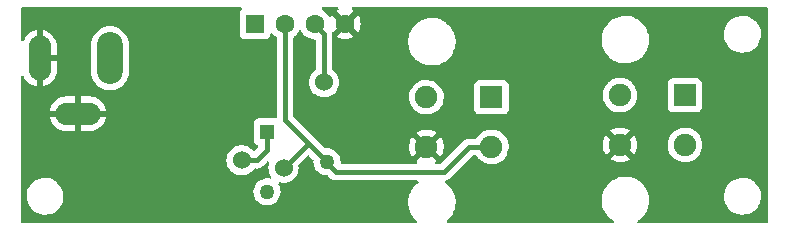
<source format=gbr>
%TF.GenerationSoftware,KiCad,Pcbnew,(6.0.5)*%
%TF.CreationDate,2022-06-11T19:53:57-07:00*%
%TF.ProjectId,L0003-Wheatstone-Bridge,4c303030-332d-4576-9865-617473746f6e,rev?*%
%TF.SameCoordinates,Original*%
%TF.FileFunction,Copper,L2,Bot*%
%TF.FilePolarity,Positive*%
%FSLAX46Y46*%
G04 Gerber Fmt 4.6, Leading zero omitted, Abs format (unit mm)*
G04 Created by KiCad (PCBNEW (6.0.5)) date 2022-06-11 19:53:57*
%MOMM*%
%LPD*%
G01*
G04 APERTURE LIST*
%TA.AperFunction,ComponentPad*%
%ADD10O,2.200000X4.400000*%
%TD*%
%TA.AperFunction,ComponentPad*%
%ADD11O,1.900000X3.800000*%
%TD*%
%TA.AperFunction,ComponentPad*%
%ADD12O,3.800000X1.900000*%
%TD*%
%TA.AperFunction,ComponentPad*%
%ADD13R,1.268000X1.268000*%
%TD*%
%TA.AperFunction,ComponentPad*%
%ADD14C,1.268000*%
%TD*%
%TA.AperFunction,ComponentPad*%
%ADD15R,1.900000X1.900000*%
%TD*%
%TA.AperFunction,ComponentPad*%
%ADD16C,1.900000*%
%TD*%
%TA.AperFunction,ComponentPad*%
%ADD17R,1.605000X1.605000*%
%TD*%
%TA.AperFunction,ComponentPad*%
%ADD18C,1.605000*%
%TD*%
%TA.AperFunction,SMDPad,CuDef*%
%ADD19C,1.524000*%
%TD*%
%TA.AperFunction,Conductor*%
%ADD20C,0.381000*%
%TD*%
G04 APERTURE END LIST*
D10*
%TO.P,P1,1*%
%TO.N,Net-(C1-Pad2)*%
X103289000Y-81026000D03*
D11*
%TO.P,P1,2*%
%TO.N,Earth*%
X97334000Y-81026000D03*
D12*
%TO.P,P1,3,MountPin*%
X100584000Y-85716000D03*
%TD*%
D13*
%TO.P,R2,1*%
%TO.N,+5V*%
X116586000Y-87249000D03*
D14*
%TO.P,R2,2*%
%TO.N,Vout+*%
X121666000Y-89789000D03*
%TO.P,R2,3,3*%
%TO.N,unconnected-(R2-Pad3)*%
X116586000Y-92329000D03*
%TD*%
D15*
%TO.P,P4,1,+12V*%
%TO.N,+5V*%
X135584006Y-84328000D03*
D16*
%TO.P,P4,2,GND*%
%TO.N,Vout+*%
X135584006Y-88527999D03*
%TO.P,P4,3,3*%
%TO.N,Vout-*%
X130084007Y-84328000D03*
%TO.P,P4,4,4*%
%TO.N,Earth*%
X130084007Y-88527999D03*
%TD*%
D15*
%TO.P,P3,1,+12V*%
%TO.N,+5V*%
X151967000Y-84150500D03*
D16*
%TO.P,P3,2,GND*%
%TO.N,Vout+*%
X151967000Y-88350499D03*
%TO.P,P3,3,3*%
%TO.N,Vout-*%
X146467001Y-84150500D03*
%TO.P,P3,4,4*%
%TO.N,Earth*%
X146467001Y-88350499D03*
%TD*%
D17*
%TO.P,P2,1,1*%
%TO.N,+5V*%
X115570000Y-78105000D03*
D18*
%TO.P,P2,2,2*%
%TO.N,Vout+*%
X118110000Y-78105000D03*
%TO.P,P2,3,3*%
%TO.N,Vout-*%
X120650000Y-78105000D03*
%TO.P,P2,4,4*%
%TO.N,Earth*%
X123190000Y-78105000D03*
%TD*%
D19*
%TO.P,TP1,1*%
%TO.N,+5V*%
X114427000Y-89662000D03*
%TD*%
%TO.P,TP2,1*%
%TO.N,Vout+*%
X117983000Y-90297000D03*
%TD*%
%TO.P,TP3,1*%
%TO.N,Vout-*%
X121412000Y-83058000D03*
%TD*%
D20*
%TO.N,+5V*%
X114427000Y-89662000D02*
X115697000Y-89662000D01*
X115697000Y-89662000D02*
X116586000Y-88773000D01*
X116586000Y-88773000D02*
X116586000Y-87376000D01*
%TO.N,Vout-*%
X121412000Y-83058000D02*
X121412000Y-78994000D01*
X121412000Y-78994000D02*
X120904000Y-78486000D01*
%TO.N,Vout+*%
X120142000Y-88265000D02*
X118110000Y-86233000D01*
X117983000Y-90297000D02*
X120015000Y-88265000D01*
X133722001Y-88527999D02*
X131572000Y-90678000D01*
X122428000Y-90678000D02*
X121666000Y-89916000D01*
X135584000Y-88527999D02*
X133722001Y-88527999D01*
X131572000Y-90678000D02*
X122428000Y-90678000D01*
X120015000Y-88265000D02*
X120142000Y-88265000D01*
X121666000Y-89789000D02*
X120142000Y-88265000D01*
X118110000Y-86233000D02*
X118110000Y-78105000D01*
%TD*%
%TA.AperFunction,Conductor*%
%TO.N,Earth*%
G36*
X122583667Y-76728502D02*
G01*
X122630160Y-76782158D01*
X122640264Y-76852432D01*
X122610770Y-76917012D01*
X122568796Y-76948695D01*
X122537228Y-76963415D01*
X122527742Y-76968893D01*
X122475156Y-77005713D01*
X122466781Y-77016191D01*
X122473849Y-77029639D01*
X123177188Y-77732978D01*
X123191132Y-77740592D01*
X123192965Y-77740461D01*
X123199580Y-77736210D01*
X123906873Y-77028917D01*
X123913303Y-77017143D01*
X123904006Y-77005127D01*
X123852258Y-76968893D01*
X123842772Y-76963415D01*
X123811204Y-76948695D01*
X123757919Y-76901778D01*
X123738458Y-76833501D01*
X123759000Y-76765541D01*
X123813022Y-76719475D01*
X123864454Y-76708500D01*
X158877500Y-76708500D01*
X158945621Y-76728502D01*
X158992114Y-76782158D01*
X159003500Y-76834500D01*
X159003500Y-94869500D01*
X158983498Y-94937621D01*
X158929842Y-94984114D01*
X158877500Y-94995500D01*
X148052510Y-94995500D01*
X147984389Y-94975498D01*
X147937896Y-94921842D01*
X147927792Y-94851568D01*
X147957286Y-94786988D01*
X147986961Y-94763346D01*
X147986328Y-94762333D01*
X147990051Y-94760007D01*
X147993942Y-94757938D01*
X147997502Y-94755351D01*
X147997506Y-94755349D01*
X148217628Y-94595421D01*
X148217631Y-94595419D01*
X148221191Y-94592832D01*
X148236282Y-94578259D01*
X148420089Y-94400759D01*
X148420092Y-94400755D01*
X148423251Y-94397705D01*
X148507361Y-94290050D01*
X148593480Y-94179822D01*
X148596188Y-94176356D01*
X148683986Y-94024285D01*
X148734431Y-93936913D01*
X148734434Y-93936908D01*
X148736636Y-93933093D01*
X148738286Y-93929009D01*
X148738289Y-93929003D01*
X148824726Y-93715062D01*
X148841861Y-93672651D01*
X148865560Y-93577599D01*
X148908752Y-93404368D01*
X148908753Y-93404363D01*
X148909816Y-93400099D01*
X148911341Y-93385596D01*
X148938718Y-93125111D01*
X148938718Y-93125108D01*
X148939177Y-93120742D01*
X148939024Y-93116348D01*
X148929528Y-92844414D01*
X148929527Y-92844408D01*
X148929374Y-92840017D01*
X148922446Y-92800723D01*
X148916071Y-92764568D01*
X155282382Y-92764568D01*
X155311208Y-93013699D01*
X155312587Y-93018573D01*
X155312588Y-93018577D01*
X155368642Y-93216666D01*
X155379494Y-93255017D01*
X155381628Y-93259592D01*
X155381630Y-93259599D01*
X155478147Y-93466579D01*
X155485484Y-93482313D01*
X155488326Y-93486494D01*
X155488326Y-93486495D01*
X155623605Y-93685552D01*
X155623608Y-93685556D01*
X155626451Y-93689739D01*
X155629928Y-93693416D01*
X155629929Y-93693417D01*
X155730238Y-93799491D01*
X155798767Y-93871959D01*
X155802793Y-93875037D01*
X155802794Y-93875038D01*
X155993981Y-94021212D01*
X155993985Y-94021215D01*
X155998001Y-94024285D01*
X156002459Y-94026675D01*
X156002460Y-94026676D01*
X156126048Y-94092943D01*
X156219026Y-94142797D01*
X156223807Y-94144443D01*
X156223811Y-94144445D01*
X156449538Y-94222169D01*
X156456156Y-94224448D01*
X156536479Y-94238322D01*
X156699380Y-94266460D01*
X156699386Y-94266461D01*
X156703290Y-94267135D01*
X156707251Y-94267315D01*
X156707252Y-94267315D01*
X156731931Y-94268436D01*
X156731950Y-94268436D01*
X156733350Y-94268500D01*
X156908015Y-94268500D01*
X156910523Y-94268298D01*
X156910528Y-94268298D01*
X157089944Y-94253863D01*
X157089949Y-94253862D01*
X157094985Y-94253457D01*
X157099893Y-94252252D01*
X157099896Y-94252251D01*
X157333625Y-94194841D01*
X157338539Y-94193634D01*
X157343191Y-94191659D01*
X157343195Y-94191658D01*
X157564741Y-94097617D01*
X157564742Y-94097617D01*
X157569396Y-94095641D01*
X157781615Y-93962000D01*
X157969738Y-93796147D01*
X158128924Y-93602351D01*
X158255078Y-93385596D01*
X158288611Y-93298242D01*
X158343143Y-93156181D01*
X158344955Y-93151461D01*
X158346510Y-93144022D01*
X158395206Y-92910921D01*
X158396241Y-92905967D01*
X158397297Y-92882724D01*
X158402662Y-92764568D01*
X158407618Y-92655432D01*
X158402370Y-92610070D01*
X158379374Y-92411334D01*
X158378792Y-92406301D01*
X158373911Y-92389050D01*
X158311884Y-92169852D01*
X158311883Y-92169850D01*
X158310506Y-92164983D01*
X158308372Y-92160408D01*
X158308370Y-92160401D01*
X158206653Y-91942269D01*
X158206651Y-91942265D01*
X158204516Y-91937687D01*
X158194790Y-91923375D01*
X158066395Y-91734448D01*
X158066392Y-91734444D01*
X158063549Y-91730261D01*
X158057782Y-91724162D01*
X157894713Y-91551721D01*
X157891233Y-91548041D01*
X157885575Y-91543715D01*
X157696019Y-91398788D01*
X157696015Y-91398785D01*
X157691999Y-91395715D01*
X157470974Y-91277203D01*
X157466193Y-91275557D01*
X157466189Y-91275555D01*
X157238633Y-91197201D01*
X157233844Y-91195552D01*
X157130311Y-91177669D01*
X156990620Y-91153540D01*
X156990614Y-91153539D01*
X156986710Y-91152865D01*
X156982749Y-91152685D01*
X156982748Y-91152685D01*
X156958069Y-91151564D01*
X156958050Y-91151564D01*
X156956650Y-91151500D01*
X156781985Y-91151500D01*
X156779477Y-91151702D01*
X156779472Y-91151702D01*
X156600056Y-91166137D01*
X156600051Y-91166138D01*
X156595015Y-91166543D01*
X156590107Y-91167748D01*
X156590104Y-91167749D01*
X156366374Y-91222703D01*
X156351461Y-91226366D01*
X156346809Y-91228341D01*
X156346805Y-91228342D01*
X156187260Y-91296065D01*
X156120604Y-91324359D01*
X155908385Y-91458000D01*
X155720262Y-91623853D01*
X155561076Y-91817649D01*
X155434922Y-92034404D01*
X155433109Y-92039127D01*
X155433108Y-92039129D01*
X155429808Y-92047725D01*
X155345045Y-92268539D01*
X155344012Y-92273485D01*
X155344010Y-92273491D01*
X155319869Y-92389050D01*
X155293759Y-92514033D01*
X155293530Y-92519082D01*
X155293529Y-92519088D01*
X155289998Y-92596854D01*
X155282382Y-92764568D01*
X148916071Y-92764568D01*
X148887462Y-92602324D01*
X148880597Y-92563388D01*
X148879242Y-92559217D01*
X148879240Y-92559210D01*
X148807005Y-92336893D01*
X148793796Y-92296241D01*
X148670659Y-92043773D01*
X148668204Y-92040134D01*
X148668201Y-92040128D01*
X148516044Y-91814546D01*
X148516039Y-91814539D01*
X148513584Y-91810900D01*
X148325628Y-91602153D01*
X148228332Y-91520512D01*
X148113820Y-91424425D01*
X148113815Y-91424421D01*
X148110449Y-91421597D01*
X147872236Y-91272745D01*
X147684183Y-91189018D01*
X147619639Y-91160281D01*
X147619637Y-91160280D01*
X147615625Y-91158494D01*
X147345610Y-91081069D01*
X147341260Y-91080458D01*
X147341257Y-91080457D01*
X147238310Y-91065989D01*
X147067448Y-91041976D01*
X146856854Y-91041976D01*
X146854668Y-91042129D01*
X146854664Y-91042129D01*
X146651173Y-91056358D01*
X146651168Y-91056359D01*
X146646788Y-91056665D01*
X146372031Y-91115067D01*
X146367902Y-91116570D01*
X146367898Y-91116571D01*
X146112220Y-91209630D01*
X146112216Y-91209632D01*
X146108075Y-91211139D01*
X146104185Y-91213207D01*
X146104179Y-91213210D01*
X145863950Y-91340942D01*
X145863944Y-91340946D01*
X145860058Y-91343012D01*
X145856498Y-91345599D01*
X145856494Y-91345601D01*
X145648300Y-91496863D01*
X145632809Y-91508118D01*
X145629645Y-91511174D01*
X145629642Y-91511176D01*
X145433911Y-91700191D01*
X145433908Y-91700195D01*
X145430749Y-91703245D01*
X145428043Y-91706709D01*
X145428039Y-91706713D01*
X145337951Y-91822021D01*
X145257812Y-91924594D01*
X145194413Y-92034404D01*
X145121669Y-92160401D01*
X145117364Y-92167857D01*
X145115714Y-92171941D01*
X145115711Y-92171947D01*
X145053751Y-92325305D01*
X145012139Y-92428299D01*
X145011075Y-92432568D01*
X145011074Y-92432570D01*
X144968750Y-92602324D01*
X144944184Y-92700851D01*
X144943725Y-92705219D01*
X144943724Y-92705224D01*
X144922626Y-92905967D01*
X144914823Y-92980208D01*
X144914976Y-92984596D01*
X144914976Y-92984602D01*
X144923333Y-93223900D01*
X144924626Y-93260933D01*
X144925388Y-93265256D01*
X144925389Y-93265263D01*
X144952940Y-93421512D01*
X144973403Y-93537562D01*
X144974758Y-93541733D01*
X144974760Y-93541740D01*
X145046995Y-93764057D01*
X145060204Y-93804709D01*
X145062132Y-93808662D01*
X145062134Y-93808667D01*
X145084358Y-93854232D01*
X145183341Y-94057177D01*
X145185796Y-94060816D01*
X145185799Y-94060822D01*
X145337956Y-94286404D01*
X145337961Y-94286411D01*
X145340416Y-94290050D01*
X145528372Y-94498797D01*
X145615299Y-94571737D01*
X145740180Y-94676525D01*
X145740185Y-94676529D01*
X145743551Y-94679353D01*
X145869314Y-94757938D01*
X145876848Y-94762646D01*
X145924018Y-94815707D01*
X145935013Y-94885847D01*
X145906342Y-94950797D01*
X145847108Y-94989936D01*
X145810078Y-94995500D01*
X131915557Y-94995500D01*
X131847436Y-94975498D01*
X131800943Y-94921842D01*
X131790839Y-94851568D01*
X131820333Y-94786988D01*
X131834566Y-94772978D01*
X131834636Y-94772919D01*
X131838197Y-94770332D01*
X132022004Y-94592832D01*
X132037095Y-94578259D01*
X132037098Y-94578255D01*
X132040257Y-94575205D01*
X132097744Y-94501626D01*
X132210486Y-94357322D01*
X132213194Y-94353856D01*
X132288860Y-94222799D01*
X132351437Y-94114413D01*
X132351440Y-94114408D01*
X132353642Y-94110593D01*
X132355292Y-94106509D01*
X132355295Y-94106503D01*
X132457218Y-93854232D01*
X132458867Y-93850151D01*
X132470197Y-93804709D01*
X132525758Y-93581868D01*
X132525759Y-93581863D01*
X132526822Y-93577599D01*
X132531485Y-93533239D01*
X132555724Y-93302611D01*
X132555724Y-93302608D01*
X132556183Y-93298242D01*
X132555456Y-93277417D01*
X132546534Y-93021914D01*
X132546533Y-93021908D01*
X132546380Y-93017517D01*
X132544820Y-93008666D01*
X132507266Y-92795688D01*
X132497603Y-92740888D01*
X132496248Y-92736717D01*
X132496246Y-92736710D01*
X132412163Y-92477930D01*
X132410802Y-92473741D01*
X132388639Y-92428299D01*
X132346322Y-92341537D01*
X132287665Y-92221273D01*
X132285210Y-92217634D01*
X132285207Y-92217628D01*
X132133050Y-91992046D01*
X132133045Y-91992039D01*
X132130590Y-91988400D01*
X131942634Y-91779653D01*
X131847167Y-91699547D01*
X131730826Y-91601925D01*
X131730821Y-91601921D01*
X131727455Y-91599097D01*
X131723717Y-91596761D01*
X131710273Y-91588360D01*
X131663102Y-91535299D01*
X131652107Y-91465159D01*
X131680777Y-91400209D01*
X131738653Y-91361967D01*
X131739960Y-91361809D01*
X131747064Y-91359124D01*
X131750492Y-91358283D01*
X131764623Y-91354417D01*
X131768034Y-91353387D01*
X131775517Y-91352081D01*
X131833197Y-91326761D01*
X131839304Y-91324270D01*
X131891117Y-91304691D01*
X131891118Y-91304690D01*
X131898222Y-91302006D01*
X131904477Y-91297707D01*
X131907618Y-91296065D01*
X131920372Y-91288967D01*
X131923478Y-91287130D01*
X131930433Y-91284077D01*
X131936460Y-91279452D01*
X131936464Y-91279450D01*
X131980402Y-91245735D01*
X131985720Y-91241871D01*
X132037652Y-91206179D01*
X132078546Y-91160281D01*
X132083498Y-91155037D01*
X133974632Y-89263904D01*
X134036944Y-89229878D01*
X134063727Y-89226999D01*
X134231129Y-89226999D01*
X134299250Y-89247001D01*
X134338562Y-89287164D01*
X134403020Y-89392350D01*
X134406404Y-89396256D01*
X134406405Y-89396258D01*
X134440159Y-89435224D01*
X134560049Y-89573629D01*
X134672840Y-89667270D01*
X134729267Y-89714116D01*
X134744577Y-89726827D01*
X134951649Y-89847830D01*
X134956474Y-89849672D01*
X134956475Y-89849673D01*
X134998273Y-89865634D01*
X135175703Y-89933388D01*
X135180769Y-89934419D01*
X135180770Y-89934419D01*
X135218499Y-89942095D01*
X135410722Y-89981203D01*
X135546270Y-89986173D01*
X135645231Y-89989802D01*
X135645235Y-89989802D01*
X135650395Y-89989991D01*
X135655515Y-89989335D01*
X135655517Y-89989335D01*
X135883157Y-89960174D01*
X135883158Y-89960174D01*
X135888285Y-89959517D01*
X135893235Y-89958032D01*
X136113048Y-89892085D01*
X136113053Y-89892083D01*
X136118003Y-89890598D01*
X136333380Y-89785086D01*
X136337585Y-89782086D01*
X136337591Y-89782083D01*
X136445918Y-89704814D01*
X136528633Y-89645814D01*
X136625385Y-89549399D01*
X145633359Y-89549399D01*
X145636662Y-89554059D01*
X145830400Y-89667270D01*
X145839687Y-89671720D01*
X146054007Y-89753561D01*
X146063909Y-89756438D01*
X146288700Y-89802172D01*
X146298952Y-89803395D01*
X146528203Y-89811801D01*
X146538489Y-89811334D01*
X146766044Y-89782183D01*
X146776130Y-89780040D01*
X146995865Y-89714116D01*
X147005460Y-89710355D01*
X147211467Y-89609434D01*
X147220333Y-89604149D01*
X147287946Y-89555920D01*
X147296347Y-89545220D01*
X147289359Y-89532067D01*
X146479813Y-88722521D01*
X146465869Y-88714907D01*
X146464036Y-88715038D01*
X146457421Y-88719289D01*
X145640636Y-89536074D01*
X145633359Y-89549399D01*
X136625385Y-89549399D01*
X136698517Y-89476522D01*
X136707034Y-89464670D01*
X136835451Y-89285957D01*
X136838469Y-89281757D01*
X136863499Y-89231114D01*
X136942439Y-89071391D01*
X136942440Y-89071389D01*
X136944733Y-89066749D01*
X137014453Y-88837273D01*
X137045758Y-88599491D01*
X137045841Y-88596113D01*
X137047423Y-88531364D01*
X137047423Y-88531360D01*
X137047505Y-88527999D01*
X137039062Y-88425309D01*
X137030397Y-88319911D01*
X145004738Y-88319911D01*
X145017945Y-88548950D01*
X145019378Y-88559152D01*
X145069811Y-88782941D01*
X145072899Y-88792794D01*
X145159205Y-89005339D01*
X145163853Y-89014540D01*
X145260737Y-89172642D01*
X145271193Y-89182103D01*
X145279971Y-89178319D01*
X146094979Y-88363311D01*
X146101357Y-88351631D01*
X146831409Y-88351631D01*
X146831540Y-88353464D01*
X146835791Y-88360079D01*
X147649131Y-89173419D01*
X147661142Y-89179978D01*
X147672881Y-89171010D01*
X147718013Y-89108201D01*
X147723328Y-89099356D01*
X147824967Y-88893705D01*
X147828766Y-88884110D01*
X147895454Y-88664619D01*
X147897633Y-88654538D01*
X147927814Y-88425288D01*
X147928333Y-88418613D01*
X147929916Y-88353863D01*
X147929722Y-88347146D01*
X147927058Y-88314743D01*
X150503938Y-88314743D01*
X150504235Y-88319895D01*
X150504235Y-88319899D01*
X150507974Y-88384745D01*
X150517744Y-88554179D01*
X150518879Y-88559216D01*
X150518880Y-88559222D01*
X150558866Y-88736652D01*
X150570470Y-88788145D01*
X150622107Y-88915310D01*
X150644434Y-88970294D01*
X150660702Y-89010358D01*
X150786014Y-89214850D01*
X150789398Y-89218756D01*
X150789399Y-89218758D01*
X150796538Y-89226999D01*
X150943043Y-89396129D01*
X151127571Y-89549327D01*
X151334643Y-89670330D01*
X151558697Y-89755888D01*
X151563763Y-89756919D01*
X151563764Y-89756919D01*
X151566669Y-89757510D01*
X151793716Y-89803703D01*
X151929264Y-89808673D01*
X152028225Y-89812302D01*
X152028229Y-89812302D01*
X152033389Y-89812491D01*
X152038509Y-89811835D01*
X152038511Y-89811835D01*
X152266151Y-89782674D01*
X152266152Y-89782674D01*
X152271279Y-89782017D01*
X152309707Y-89770488D01*
X152496042Y-89714585D01*
X152496047Y-89714583D01*
X152500997Y-89713098D01*
X152716374Y-89607586D01*
X152720579Y-89604586D01*
X152720585Y-89604583D01*
X152895005Y-89480170D01*
X152911627Y-89468314D01*
X153081511Y-89299022D01*
X153133265Y-89226999D01*
X153218445Y-89108457D01*
X153221463Y-89104257D01*
X153237707Y-89071391D01*
X153325433Y-88893891D01*
X153325434Y-88893889D01*
X153327727Y-88889249D01*
X153397447Y-88659773D01*
X153428752Y-88421991D01*
X153428835Y-88418613D01*
X153430417Y-88353864D01*
X153430417Y-88353860D01*
X153430499Y-88350499D01*
X153415132Y-88163591D01*
X153411271Y-88116623D01*
X153411270Y-88116617D01*
X153410847Y-88111472D01*
X153366403Y-87934531D01*
X153353679Y-87883874D01*
X153353678Y-87883870D01*
X153352420Y-87878863D01*
X153350364Y-87874133D01*
X153350361Y-87874126D01*
X153258847Y-87663658D01*
X153258845Y-87663655D01*
X153256787Y-87658921D01*
X153241346Y-87635052D01*
X153129325Y-87461895D01*
X153129323Y-87461892D01*
X153126515Y-87457552D01*
X153101893Y-87430492D01*
X152968582Y-87283986D01*
X152968580Y-87283985D01*
X152965104Y-87280164D01*
X152961053Y-87276965D01*
X152961049Y-87276961D01*
X152807249Y-87155498D01*
X152776888Y-87131520D01*
X152566922Y-87015612D01*
X152444458Y-86972245D01*
X152345720Y-86937280D01*
X152345716Y-86937279D01*
X152340845Y-86935554D01*
X152335752Y-86934647D01*
X152335749Y-86934646D01*
X152109816Y-86894401D01*
X152109810Y-86894400D01*
X152104727Y-86893495D01*
X152017460Y-86892429D01*
X151870081Y-86890628D01*
X151870079Y-86890628D01*
X151864911Y-86890565D01*
X151627837Y-86926842D01*
X151399871Y-87001353D01*
X151372480Y-87015612D01*
X151270215Y-87068848D01*
X151187136Y-87112096D01*
X151183003Y-87115199D01*
X151183000Y-87115201D01*
X151094424Y-87181706D01*
X150995345Y-87256097D01*
X150829648Y-87429489D01*
X150694495Y-87627616D01*
X150659932Y-87702076D01*
X150597475Y-87836627D01*
X150593516Y-87845155D01*
X150529424Y-88076267D01*
X150503938Y-88314743D01*
X147927058Y-88314743D01*
X147910777Y-88116705D01*
X147909094Y-88106543D01*
X147853205Y-87884038D01*
X147849884Y-87874283D01*
X147758410Y-87663909D01*
X147753532Y-87654811D01*
X147672385Y-87529375D01*
X147661699Y-87520173D01*
X147652134Y-87524576D01*
X146839023Y-88337687D01*
X146831409Y-88351631D01*
X146101357Y-88351631D01*
X146102593Y-88349367D01*
X146102462Y-88347534D01*
X146098211Y-88340919D01*
X145284885Y-87527593D01*
X145273349Y-87521293D01*
X145261066Y-87530917D01*
X145197850Y-87623588D01*
X145192757Y-87632552D01*
X145096164Y-87840644D01*
X145092607Y-87850312D01*
X145031300Y-88071378D01*
X145029369Y-88081498D01*
X145004990Y-88309622D01*
X145004738Y-88319911D01*
X137030397Y-88319911D01*
X137028277Y-88294123D01*
X137028276Y-88294117D01*
X137027853Y-88288972D01*
X136983503Y-88112405D01*
X136970685Y-88061374D01*
X136970684Y-88061370D01*
X136969426Y-88056363D01*
X136967370Y-88051633D01*
X136967367Y-88051626D01*
X136875853Y-87841158D01*
X136875851Y-87841155D01*
X136873793Y-87836421D01*
X136868992Y-87828999D01*
X136746331Y-87639395D01*
X136746329Y-87639392D01*
X136743521Y-87635052D01*
X136732862Y-87623337D01*
X136585588Y-87461486D01*
X136585586Y-87461485D01*
X136582110Y-87457664D01*
X136578059Y-87454465D01*
X136578055Y-87454461D01*
X136424255Y-87332998D01*
X136393894Y-87309020D01*
X136183928Y-87193112D01*
X136077709Y-87155498D01*
X145636796Y-87155498D01*
X145643541Y-87167829D01*
X146454189Y-87978477D01*
X146468133Y-87986091D01*
X146469966Y-87985960D01*
X146476581Y-87981709D01*
X147291591Y-87166699D01*
X147298612Y-87153842D01*
X147290839Y-87143175D01*
X147280668Y-87135142D01*
X147272084Y-87129439D01*
X147071251Y-87018573D01*
X147061839Y-87014343D01*
X146845592Y-86937765D01*
X146835621Y-86935131D01*
X146609770Y-86894901D01*
X146599517Y-86893932D01*
X146370117Y-86891129D01*
X146359833Y-86891849D01*
X146133068Y-86926549D01*
X146123040Y-86928938D01*
X145904985Y-87000209D01*
X145895476Y-87004206D01*
X145691994Y-87110132D01*
X145683269Y-87115626D01*
X145645249Y-87144173D01*
X145636796Y-87155498D01*
X136077709Y-87155498D01*
X136045875Y-87144225D01*
X135962726Y-87114780D01*
X135962722Y-87114779D01*
X135957851Y-87113054D01*
X135952758Y-87112147D01*
X135952755Y-87112146D01*
X135726822Y-87071901D01*
X135726816Y-87071900D01*
X135721733Y-87070995D01*
X135634466Y-87069929D01*
X135487087Y-87068128D01*
X135487085Y-87068128D01*
X135481917Y-87068065D01*
X135244843Y-87104342D01*
X135016877Y-87178853D01*
X134989486Y-87193112D01*
X134814919Y-87283986D01*
X134804142Y-87289596D01*
X134800009Y-87292699D01*
X134800006Y-87292701D01*
X134617822Y-87429489D01*
X134612351Y-87433597D01*
X134446654Y-87606989D01*
X134443740Y-87611261D01*
X134443739Y-87611262D01*
X134332725Y-87774003D01*
X134277814Y-87819006D01*
X134228637Y-87828999D01*
X133750601Y-87828999D01*
X133742030Y-87828707D01*
X133685150Y-87824829D01*
X133623066Y-87835665D01*
X133616587Y-87836621D01*
X133554041Y-87844190D01*
X133546939Y-87846874D01*
X133543457Y-87847729D01*
X133529422Y-87851569D01*
X133525974Y-87852610D01*
X133518484Y-87853917D01*
X133511523Y-87856973D01*
X133511522Y-87856973D01*
X133460806Y-87879236D01*
X133454698Y-87881729D01*
X133402887Y-87901307D01*
X133395779Y-87903993D01*
X133389513Y-87908299D01*
X133386358Y-87909949D01*
X133373566Y-87917068D01*
X133370522Y-87918868D01*
X133363568Y-87921921D01*
X133357540Y-87926546D01*
X133357539Y-87926547D01*
X133313605Y-87960259D01*
X133308268Y-87964137D01*
X133276325Y-87986091D01*
X133256349Y-87999820D01*
X133251297Y-88005490D01*
X133251296Y-88005491D01*
X133215483Y-88045687D01*
X133210502Y-88050963D01*
X131319370Y-89942095D01*
X131257058Y-89976121D01*
X131230275Y-89979000D01*
X130954285Y-89979000D01*
X130886164Y-89958998D01*
X130839671Y-89905342D01*
X130829567Y-89835068D01*
X130859061Y-89770488D01*
X130881116Y-89750421D01*
X130904954Y-89733418D01*
X130913353Y-89722720D01*
X130906365Y-89709567D01*
X130096819Y-88900021D01*
X130082875Y-88892407D01*
X130081042Y-88892538D01*
X130074427Y-88896789D01*
X129257642Y-89713574D01*
X129250365Y-89726899D01*
X129253667Y-89731559D01*
X129275321Y-89744212D01*
X129324044Y-89795851D01*
X129337115Y-89865634D01*
X129310383Y-89931406D01*
X129252336Y-89972284D01*
X129211750Y-89979000D01*
X122937724Y-89979000D01*
X122869603Y-89958998D01*
X122823110Y-89905342D01*
X122813372Y-89849091D01*
X122811823Y-89849050D01*
X122813298Y-89792704D01*
X122813395Y-89789000D01*
X122794182Y-89579904D01*
X122785559Y-89549327D01*
X122763556Y-89471312D01*
X122737186Y-89377810D01*
X122734633Y-89372633D01*
X122734631Y-89372628D01*
X122646869Y-89194667D01*
X122644315Y-89189488D01*
X122540707Y-89050739D01*
X122522134Y-89025867D01*
X122522133Y-89025866D01*
X122518681Y-89021243D01*
X122380913Y-88893891D01*
X122368730Y-88882629D01*
X122368727Y-88882627D01*
X122364490Y-88878710D01*
X122186906Y-88766664D01*
X121991878Y-88688855D01*
X121986210Y-88687728D01*
X121986208Y-88687727D01*
X121791603Y-88649018D01*
X121791599Y-88649018D01*
X121785935Y-88647891D01*
X121780160Y-88647815D01*
X121780156Y-88647815D01*
X121689774Y-88646632D01*
X121575976Y-88645142D01*
X121572975Y-88645658D01*
X121504363Y-88631246D01*
X121474861Y-88609325D01*
X121362947Y-88497411D01*
X128621744Y-88497411D01*
X128634951Y-88726450D01*
X128636384Y-88736652D01*
X128686817Y-88960441D01*
X128689905Y-88970294D01*
X128776211Y-89182839D01*
X128780859Y-89192040D01*
X128877743Y-89350142D01*
X128888199Y-89359603D01*
X128896977Y-89355819D01*
X129711985Y-88540811D01*
X129718363Y-88529131D01*
X130448415Y-88529131D01*
X130448546Y-88530964D01*
X130452797Y-88537579D01*
X131266137Y-89350919D01*
X131278148Y-89357478D01*
X131289887Y-89348510D01*
X131335019Y-89285701D01*
X131340334Y-89276856D01*
X131441973Y-89071205D01*
X131445772Y-89061610D01*
X131512460Y-88842119D01*
X131514639Y-88832038D01*
X131544820Y-88602788D01*
X131545339Y-88596113D01*
X131546922Y-88531363D01*
X131546728Y-88524646D01*
X131527783Y-88294205D01*
X131526100Y-88284043D01*
X131470211Y-88061538D01*
X131466890Y-88051783D01*
X131375416Y-87841409D01*
X131370538Y-87832311D01*
X131289391Y-87706875D01*
X131278705Y-87697673D01*
X131269140Y-87702076D01*
X130456029Y-88515187D01*
X130448415Y-88529131D01*
X129718363Y-88529131D01*
X129719599Y-88526867D01*
X129719468Y-88525034D01*
X129715217Y-88518419D01*
X128901891Y-87705093D01*
X128890355Y-87698793D01*
X128878072Y-87708417D01*
X128814856Y-87801088D01*
X128809763Y-87810052D01*
X128713170Y-88018144D01*
X128709613Y-88027812D01*
X128648306Y-88248878D01*
X128646375Y-88258998D01*
X128621996Y-88487122D01*
X128621744Y-88497411D01*
X121362947Y-88497411D01*
X120656490Y-87790955D01*
X120650636Y-87784688D01*
X120618154Y-87747453D01*
X120613158Y-87741726D01*
X120602241Y-87734054D01*
X120585598Y-87720063D01*
X120198533Y-87332998D01*
X129253802Y-87332998D01*
X129260547Y-87345329D01*
X130071195Y-88155977D01*
X130085139Y-88163591D01*
X130086972Y-88163460D01*
X130093587Y-88159209D01*
X130908597Y-87344199D01*
X130915618Y-87331342D01*
X130907845Y-87320675D01*
X130897674Y-87312642D01*
X130889090Y-87306939D01*
X130688257Y-87196073D01*
X130678845Y-87191843D01*
X130462598Y-87115265D01*
X130452627Y-87112631D01*
X130226776Y-87072401D01*
X130216523Y-87071432D01*
X129987123Y-87068629D01*
X129976839Y-87069349D01*
X129750074Y-87104049D01*
X129740046Y-87106438D01*
X129521991Y-87177709D01*
X129512482Y-87181706D01*
X129309000Y-87287632D01*
X129300275Y-87293126D01*
X129262255Y-87321673D01*
X129253802Y-87332998D01*
X120198533Y-87332998D01*
X118845905Y-85980370D01*
X118811879Y-85918058D01*
X118809000Y-85891275D01*
X118809000Y-79281582D01*
X118829002Y-79213461D01*
X118862727Y-79178371D01*
X118955914Y-79113121D01*
X119118121Y-78950914D01*
X119249696Y-78763004D01*
X119265805Y-78728458D01*
X119312722Y-78675173D01*
X119380999Y-78655712D01*
X119448959Y-78676254D01*
X119494195Y-78728458D01*
X119510304Y-78763004D01*
X119641879Y-78950914D01*
X119804086Y-79113121D01*
X119991996Y-79244696D01*
X119996974Y-79247017D01*
X119996977Y-79247019D01*
X120193901Y-79338846D01*
X120199899Y-79341643D01*
X120205207Y-79343065D01*
X120205209Y-79343066D01*
X120416163Y-79399591D01*
X120416165Y-79399591D01*
X120421478Y-79401015D01*
X120597982Y-79416457D01*
X120664100Y-79442320D01*
X120705739Y-79499824D01*
X120713000Y-79541978D01*
X120713000Y-81930860D01*
X120692998Y-81998981D01*
X120659270Y-82034073D01*
X120596735Y-82077860D01*
X120596729Y-82077865D01*
X120592219Y-82081023D01*
X120435023Y-82238219D01*
X120307512Y-82420324D01*
X120305189Y-82425306D01*
X120305186Y-82425311D01*
X120240164Y-82564752D01*
X120213560Y-82621804D01*
X120212138Y-82627112D01*
X120212137Y-82627114D01*
X120195135Y-82690566D01*
X120156022Y-82836537D01*
X120136647Y-83058000D01*
X120156022Y-83279463D01*
X120169528Y-83329866D01*
X120205378Y-83463659D01*
X120213560Y-83494196D01*
X120215882Y-83499177D01*
X120215883Y-83499178D01*
X120305186Y-83690689D01*
X120305189Y-83690694D01*
X120307512Y-83695676D01*
X120310668Y-83700183D01*
X120310669Y-83700185D01*
X120420027Y-83856364D01*
X120435023Y-83877781D01*
X120592219Y-84034977D01*
X120596727Y-84038134D01*
X120596730Y-84038136D01*
X120611953Y-84048795D01*
X120774323Y-84162488D01*
X120779305Y-84164811D01*
X120779310Y-84164814D01*
X120909045Y-84225310D01*
X120975804Y-84256440D01*
X120981112Y-84257862D01*
X120981114Y-84257863D01*
X121003514Y-84263865D01*
X121190537Y-84313978D01*
X121412000Y-84333353D01*
X121633463Y-84313978D01*
X121714575Y-84292244D01*
X128620945Y-84292244D01*
X128634751Y-84531680D01*
X128635886Y-84536717D01*
X128635887Y-84536723D01*
X128686338Y-84760592D01*
X128687477Y-84765646D01*
X128705633Y-84810359D01*
X128758679Y-84940993D01*
X128777709Y-84987859D01*
X128903021Y-85192351D01*
X128906405Y-85196257D01*
X128906406Y-85196259D01*
X128912211Y-85202960D01*
X129060050Y-85373630D01*
X129244578Y-85526828D01*
X129451650Y-85647831D01*
X129675704Y-85733389D01*
X129680770Y-85734420D01*
X129680771Y-85734420D01*
X129737046Y-85745869D01*
X129910723Y-85781204D01*
X130045096Y-85786131D01*
X130145232Y-85789803D01*
X130145236Y-85789803D01*
X130150396Y-85789992D01*
X130155516Y-85789336D01*
X130155518Y-85789336D01*
X130383158Y-85760175D01*
X130383159Y-85760175D01*
X130388286Y-85759518D01*
X130471942Y-85734420D01*
X130613049Y-85692086D01*
X130613054Y-85692084D01*
X130618004Y-85690599D01*
X130833381Y-85585087D01*
X130837586Y-85582087D01*
X130837592Y-85582084D01*
X130937500Y-85510820D01*
X131028634Y-85445815D01*
X131148734Y-85326134D01*
X134125506Y-85326134D01*
X134132261Y-85388316D01*
X134183391Y-85524705D01*
X134270745Y-85641261D01*
X134387301Y-85728615D01*
X134523690Y-85779745D01*
X134585872Y-85786500D01*
X136582140Y-85786500D01*
X136644322Y-85779745D01*
X136780711Y-85728615D01*
X136897267Y-85641261D01*
X136984621Y-85524705D01*
X137035751Y-85388316D01*
X137042506Y-85326134D01*
X137042506Y-84114744D01*
X145003939Y-84114744D01*
X145017745Y-84354180D01*
X145018880Y-84359217D01*
X145018881Y-84359223D01*
X145040386Y-84454647D01*
X145070471Y-84588146D01*
X145160703Y-84810359D01*
X145286015Y-85014851D01*
X145443044Y-85196130D01*
X145627572Y-85349328D01*
X145834644Y-85470331D01*
X146058698Y-85555889D01*
X146063764Y-85556920D01*
X146063765Y-85556920D01*
X146120040Y-85568369D01*
X146293717Y-85603704D01*
X146428090Y-85608631D01*
X146528226Y-85612303D01*
X146528230Y-85612303D01*
X146533390Y-85612492D01*
X146538510Y-85611836D01*
X146538512Y-85611836D01*
X146766152Y-85582675D01*
X146766153Y-85582675D01*
X146771280Y-85582018D01*
X146854936Y-85556920D01*
X146996043Y-85514586D01*
X146996048Y-85514584D01*
X147000998Y-85513099D01*
X147216375Y-85407587D01*
X147220580Y-85404587D01*
X147220586Y-85404584D01*
X147395006Y-85280171D01*
X147411628Y-85268315D01*
X147531728Y-85148634D01*
X150508500Y-85148634D01*
X150515255Y-85210816D01*
X150566385Y-85347205D01*
X150653739Y-85463761D01*
X150770295Y-85551115D01*
X150906684Y-85602245D01*
X150968866Y-85609000D01*
X152965134Y-85609000D01*
X153027316Y-85602245D01*
X153163705Y-85551115D01*
X153280261Y-85463761D01*
X153367615Y-85347205D01*
X153418745Y-85210816D01*
X153425500Y-85148634D01*
X153425500Y-83152366D01*
X153418745Y-83090184D01*
X153367615Y-82953795D01*
X153280261Y-82837239D01*
X153163705Y-82749885D01*
X153027316Y-82698755D01*
X152965134Y-82692000D01*
X150968866Y-82692000D01*
X150906684Y-82698755D01*
X150770295Y-82749885D01*
X150653739Y-82837239D01*
X150566385Y-82953795D01*
X150515255Y-83090184D01*
X150508500Y-83152366D01*
X150508500Y-85148634D01*
X147531728Y-85148634D01*
X147581512Y-85099023D01*
X147721464Y-84904258D01*
X147737708Y-84871392D01*
X147825434Y-84693892D01*
X147825435Y-84693890D01*
X147827728Y-84689250D01*
X147897448Y-84459774D01*
X147928753Y-84221992D01*
X147930500Y-84150500D01*
X147920682Y-84031080D01*
X147911272Y-83916624D01*
X147911271Y-83916618D01*
X147910848Y-83911473D01*
X147862753Y-83719997D01*
X147853680Y-83683875D01*
X147853679Y-83683871D01*
X147852421Y-83678864D01*
X147850365Y-83674134D01*
X147850362Y-83674127D01*
X147758848Y-83463659D01*
X147758846Y-83463656D01*
X147756788Y-83458922D01*
X147741347Y-83435053D01*
X147629326Y-83261896D01*
X147629324Y-83261893D01*
X147626516Y-83257553D01*
X147601894Y-83230493D01*
X147468583Y-83083987D01*
X147468581Y-83083986D01*
X147465105Y-83080165D01*
X147461054Y-83076966D01*
X147461050Y-83076962D01*
X147280947Y-82934726D01*
X147276889Y-82931521D01*
X147066923Y-82815613D01*
X146944459Y-82772246D01*
X146845721Y-82737281D01*
X146845717Y-82737280D01*
X146840846Y-82735555D01*
X146835753Y-82734648D01*
X146835750Y-82734647D01*
X146609817Y-82694402D01*
X146609811Y-82694401D01*
X146604728Y-82693496D01*
X146512485Y-82692369D01*
X146370082Y-82690629D01*
X146370080Y-82690629D01*
X146364912Y-82690566D01*
X146127838Y-82726843D01*
X145899872Y-82801354D01*
X145895280Y-82803744D01*
X145895281Y-82803744D01*
X145724927Y-82892425D01*
X145687137Y-82912097D01*
X145683004Y-82915200D01*
X145683001Y-82915202D01*
X145499481Y-83052993D01*
X145495346Y-83056098D01*
X145455265Y-83098040D01*
X145342190Y-83216367D01*
X145329649Y-83229490D01*
X145194496Y-83427617D01*
X145093517Y-83645156D01*
X145029425Y-83876268D01*
X145003939Y-84114744D01*
X137042506Y-84114744D01*
X137042506Y-83329866D01*
X137035751Y-83267684D01*
X136984621Y-83131295D01*
X136897267Y-83014739D01*
X136780711Y-82927385D01*
X136644322Y-82876255D01*
X136582140Y-82869500D01*
X134585872Y-82869500D01*
X134523690Y-82876255D01*
X134387301Y-82927385D01*
X134270745Y-83014739D01*
X134183391Y-83131295D01*
X134132261Y-83267684D01*
X134125506Y-83329866D01*
X134125506Y-85326134D01*
X131148734Y-85326134D01*
X131198518Y-85276523D01*
X131207035Y-85264671D01*
X131335452Y-85085958D01*
X131338470Y-85081758D01*
X131387247Y-84983067D01*
X131442440Y-84871392D01*
X131442441Y-84871390D01*
X131444734Y-84866750D01*
X131514454Y-84637274D01*
X131545759Y-84399492D01*
X131546866Y-84354180D01*
X131547424Y-84331365D01*
X131547424Y-84331361D01*
X131547506Y-84328000D01*
X131538515Y-84218642D01*
X131528278Y-84094124D01*
X131528277Y-84094118D01*
X131527854Y-84088973D01*
X131484563Y-83916624D01*
X131470686Y-83861375D01*
X131470685Y-83861371D01*
X131469427Y-83856364D01*
X131467371Y-83851634D01*
X131467368Y-83851627D01*
X131375854Y-83641159D01*
X131375852Y-83641156D01*
X131373794Y-83636422D01*
X131356581Y-83609814D01*
X131246332Y-83439396D01*
X131246330Y-83439393D01*
X131243522Y-83435053D01*
X131232863Y-83423338D01*
X131085589Y-83261487D01*
X131085587Y-83261486D01*
X131082111Y-83257665D01*
X131078060Y-83254466D01*
X131078056Y-83254462D01*
X130897953Y-83112226D01*
X130893895Y-83109021D01*
X130683929Y-82993113D01*
X130519049Y-82934726D01*
X130462727Y-82914781D01*
X130462723Y-82914780D01*
X130457852Y-82913055D01*
X130452759Y-82912148D01*
X130452756Y-82912147D01*
X130226823Y-82871902D01*
X130226817Y-82871901D01*
X130221734Y-82870996D01*
X130129491Y-82869869D01*
X129987088Y-82868129D01*
X129987086Y-82868129D01*
X129981918Y-82868066D01*
X129744844Y-82904343D01*
X129516878Y-82978854D01*
X129512286Y-82981244D01*
X129512287Y-82981244D01*
X129314920Y-83083987D01*
X129304143Y-83089597D01*
X129300010Y-83092700D01*
X129300007Y-83092702D01*
X129117823Y-83229490D01*
X129112352Y-83233598D01*
X129108780Y-83237336D01*
X128953383Y-83399950D01*
X128946655Y-83406990D01*
X128943741Y-83411262D01*
X128943740Y-83411263D01*
X128911229Y-83458922D01*
X128811502Y-83605117D01*
X128710523Y-83822656D01*
X128646431Y-84053768D01*
X128620945Y-84292244D01*
X121714575Y-84292244D01*
X121820486Y-84263865D01*
X121842886Y-84257863D01*
X121842888Y-84257862D01*
X121848196Y-84256440D01*
X121914955Y-84225310D01*
X122044690Y-84164814D01*
X122044695Y-84164811D01*
X122049677Y-84162488D01*
X122212047Y-84048795D01*
X122227270Y-84038136D01*
X122227273Y-84038134D01*
X122231781Y-84034977D01*
X122388977Y-83877781D01*
X122403974Y-83856364D01*
X122513331Y-83700185D01*
X122513332Y-83700183D01*
X122516488Y-83695676D01*
X122518811Y-83690694D01*
X122518814Y-83690689D01*
X122608117Y-83499178D01*
X122608118Y-83499177D01*
X122610440Y-83494196D01*
X122618623Y-83463659D01*
X122654472Y-83329866D01*
X122667978Y-83279463D01*
X122687353Y-83058000D01*
X122667978Y-82836537D01*
X122628865Y-82690566D01*
X122611863Y-82627114D01*
X122611862Y-82627112D01*
X122610440Y-82621804D01*
X122583836Y-82564752D01*
X122518814Y-82425311D01*
X122518811Y-82425306D01*
X122516488Y-82420324D01*
X122388977Y-82238219D01*
X122231781Y-82081023D01*
X122227271Y-82077865D01*
X122227265Y-82077860D01*
X122164730Y-82034073D01*
X122120401Y-81978616D01*
X122111000Y-81930860D01*
X122111000Y-79557735D01*
X128531829Y-79557735D01*
X128531982Y-79562123D01*
X128531982Y-79562129D01*
X128541408Y-79832044D01*
X128541632Y-79838460D01*
X128542394Y-79842783D01*
X128542395Y-79842790D01*
X128565485Y-79973739D01*
X128590409Y-80115089D01*
X128591764Y-80119260D01*
X128591766Y-80119267D01*
X128632914Y-80245907D01*
X128677210Y-80382236D01*
X128679138Y-80386189D01*
X128679140Y-80386194D01*
X128711847Y-80453252D01*
X128800347Y-80634704D01*
X128802802Y-80638343D01*
X128802805Y-80638349D01*
X128954962Y-80863931D01*
X128954967Y-80863938D01*
X128957422Y-80867577D01*
X129145378Y-81076324D01*
X129236678Y-81152933D01*
X129357186Y-81254052D01*
X129357191Y-81254056D01*
X129360557Y-81256880D01*
X129598770Y-81405732D01*
X129855381Y-81519983D01*
X130125396Y-81597408D01*
X130129746Y-81598019D01*
X130129749Y-81598020D01*
X130232696Y-81612488D01*
X130403558Y-81636501D01*
X130614152Y-81636501D01*
X130616338Y-81636348D01*
X130616342Y-81636348D01*
X130819833Y-81622119D01*
X130819838Y-81622118D01*
X130824218Y-81621812D01*
X131098975Y-81563410D01*
X131103104Y-81561907D01*
X131103108Y-81561906D01*
X131358786Y-81468847D01*
X131358790Y-81468845D01*
X131362931Y-81467338D01*
X131366821Y-81465270D01*
X131366827Y-81465267D01*
X131607056Y-81337535D01*
X131607062Y-81337531D01*
X131610948Y-81335465D01*
X131614508Y-81332878D01*
X131614512Y-81332876D01*
X131834634Y-81172948D01*
X131834637Y-81172946D01*
X131838197Y-81170359D01*
X131848888Y-81160035D01*
X132037095Y-80978286D01*
X132037098Y-80978282D01*
X132040257Y-80975232D01*
X132097744Y-80901653D01*
X132210486Y-80757349D01*
X132213194Y-80753883D01*
X132329500Y-80552436D01*
X132351437Y-80514440D01*
X132351440Y-80514435D01*
X132353642Y-80510620D01*
X132355292Y-80506536D01*
X132355295Y-80506530D01*
X132457218Y-80254259D01*
X132458867Y-80250178D01*
X132470197Y-80204736D01*
X132525758Y-79981895D01*
X132525759Y-79981890D01*
X132526822Y-79977626D01*
X132531485Y-79933266D01*
X132555724Y-79702638D01*
X132555724Y-79702635D01*
X132556183Y-79698269D01*
X132555494Y-79678531D01*
X132546534Y-79421941D01*
X132546533Y-79421935D01*
X132546380Y-79417544D01*
X132545068Y-79410098D01*
X132539802Y-79380235D01*
X144914823Y-79380235D01*
X144914976Y-79384623D01*
X144914976Y-79384629D01*
X144922490Y-79599784D01*
X144924626Y-79660960D01*
X144925388Y-79665283D01*
X144925389Y-79665290D01*
X144949165Y-79800126D01*
X144973403Y-79937589D01*
X144974758Y-79941760D01*
X144974760Y-79941767D01*
X145043160Y-80152279D01*
X145060204Y-80204736D01*
X145062132Y-80208689D01*
X145062134Y-80208694D01*
X145084358Y-80254259D01*
X145183341Y-80457204D01*
X145185796Y-80460843D01*
X145185799Y-80460849D01*
X145337956Y-80686431D01*
X145337961Y-80686438D01*
X145340416Y-80690077D01*
X145528372Y-80898824D01*
X145615299Y-80971764D01*
X145740180Y-81076552D01*
X145740185Y-81076556D01*
X145743551Y-81079380D01*
X145981764Y-81228232D01*
X146120133Y-81289838D01*
X146227262Y-81337535D01*
X146238375Y-81342483D01*
X146508390Y-81419908D01*
X146512740Y-81420519D01*
X146512743Y-81420520D01*
X146615690Y-81434988D01*
X146786552Y-81459001D01*
X146997146Y-81459001D01*
X146999332Y-81458848D01*
X146999336Y-81458848D01*
X147202827Y-81444619D01*
X147202832Y-81444618D01*
X147207212Y-81444312D01*
X147481969Y-81385910D01*
X147486098Y-81384407D01*
X147486102Y-81384406D01*
X147741780Y-81291347D01*
X147741784Y-81291345D01*
X147745925Y-81289838D01*
X147749815Y-81287770D01*
X147749821Y-81287767D01*
X147990050Y-81160035D01*
X147990056Y-81160031D01*
X147993942Y-81157965D01*
X147997502Y-81155378D01*
X147997506Y-81155376D01*
X148217628Y-80995448D01*
X148217631Y-80995446D01*
X148221191Y-80992859D01*
X148236282Y-80978286D01*
X148420089Y-80800786D01*
X148420092Y-80800782D01*
X148423251Y-80797732D01*
X148443356Y-80772000D01*
X148593480Y-80579849D01*
X148596188Y-80576383D01*
X148708279Y-80382236D01*
X148734431Y-80336940D01*
X148734434Y-80336935D01*
X148736636Y-80333120D01*
X148738286Y-80329036D01*
X148738289Y-80329030D01*
X148824726Y-80115089D01*
X148841861Y-80072678D01*
X148865612Y-79977417D01*
X148908752Y-79804395D01*
X148908753Y-79804390D01*
X148909816Y-79800126D01*
X148912931Y-79770495D01*
X148938718Y-79525138D01*
X148938718Y-79525135D01*
X148939177Y-79520769D01*
X148938446Y-79499824D01*
X148929528Y-79244441D01*
X148929527Y-79244435D01*
X148929374Y-79240044D01*
X148923173Y-79204873D01*
X148895612Y-79048568D01*
X155282382Y-79048568D01*
X155282963Y-79053588D01*
X155282963Y-79053592D01*
X155289851Y-79113121D01*
X155311208Y-79297699D01*
X155312587Y-79302573D01*
X155312588Y-79302577D01*
X155378116Y-79534148D01*
X155379494Y-79539017D01*
X155381628Y-79543592D01*
X155381630Y-79543599D01*
X155483347Y-79761731D01*
X155485484Y-79766313D01*
X155488326Y-79770494D01*
X155488326Y-79770495D01*
X155623605Y-79969552D01*
X155623608Y-79969556D01*
X155626451Y-79973739D01*
X155629928Y-79977416D01*
X155629929Y-79977417D01*
X155730238Y-80083491D01*
X155798767Y-80155959D01*
X155802793Y-80159037D01*
X155802794Y-80159038D01*
X155993981Y-80305212D01*
X155993985Y-80305215D01*
X155998001Y-80308285D01*
X156002459Y-80310675D01*
X156002460Y-80310676D01*
X156126048Y-80376943D01*
X156219026Y-80426797D01*
X156223807Y-80428443D01*
X156223811Y-80428445D01*
X156449538Y-80506169D01*
X156456156Y-80508448D01*
X156559689Y-80526331D01*
X156699380Y-80550460D01*
X156699386Y-80550461D01*
X156703290Y-80551135D01*
X156707251Y-80551315D01*
X156707252Y-80551315D01*
X156731931Y-80552436D01*
X156731950Y-80552436D01*
X156733350Y-80552500D01*
X156908015Y-80552500D01*
X156910523Y-80552298D01*
X156910528Y-80552298D01*
X157089944Y-80537863D01*
X157089949Y-80537862D01*
X157094985Y-80537457D01*
X157099893Y-80536252D01*
X157099896Y-80536251D01*
X157333625Y-80478841D01*
X157338539Y-80477634D01*
X157343191Y-80475659D01*
X157343195Y-80475658D01*
X157564741Y-80381617D01*
X157564742Y-80381617D01*
X157569396Y-80379641D01*
X157768500Y-80254259D01*
X157777334Y-80248696D01*
X157777335Y-80248695D01*
X157781615Y-80246000D01*
X157969738Y-80080147D01*
X158128924Y-79886351D01*
X158255078Y-79669596D01*
X158344955Y-79435461D01*
X158346638Y-79427409D01*
X158395206Y-79194921D01*
X158396241Y-79189967D01*
X158396645Y-79181083D01*
X158402662Y-79048568D01*
X158407618Y-78939432D01*
X158403679Y-78905383D01*
X158390684Y-78793079D01*
X158378792Y-78690301D01*
X158374512Y-78675173D01*
X158311884Y-78453852D01*
X158311883Y-78453850D01*
X158310506Y-78448983D01*
X158308372Y-78444408D01*
X158308370Y-78444401D01*
X158206653Y-78226269D01*
X158206651Y-78226265D01*
X158204516Y-78221687D01*
X158199681Y-78214573D01*
X158066395Y-78018448D01*
X158066392Y-78018444D01*
X158063549Y-78014261D01*
X158047030Y-77996792D01*
X157894713Y-77835721D01*
X157891233Y-77832041D01*
X157834501Y-77788666D01*
X157696019Y-77682788D01*
X157696015Y-77682785D01*
X157691999Y-77679715D01*
X157679051Y-77672772D01*
X157475435Y-77563595D01*
X157470974Y-77561203D01*
X157466193Y-77559557D01*
X157466189Y-77559555D01*
X157238633Y-77481201D01*
X157233844Y-77479552D01*
X157106783Y-77457605D01*
X156990620Y-77437540D01*
X156990614Y-77437539D01*
X156986710Y-77436865D01*
X156982749Y-77436685D01*
X156982748Y-77436685D01*
X156958069Y-77435564D01*
X156958050Y-77435564D01*
X156956650Y-77435500D01*
X156781985Y-77435500D01*
X156779477Y-77435702D01*
X156779472Y-77435702D01*
X156600056Y-77450137D01*
X156600051Y-77450138D01*
X156595015Y-77450543D01*
X156590107Y-77451748D01*
X156590104Y-77451749D01*
X156358326Y-77508680D01*
X156351461Y-77510366D01*
X156346809Y-77512341D01*
X156346805Y-77512342D01*
X156226061Y-77563595D01*
X156120604Y-77608359D01*
X156041801Y-77657984D01*
X155917880Y-77736021D01*
X155908385Y-77742000D01*
X155720262Y-77907853D01*
X155561076Y-78101649D01*
X155434922Y-78318404D01*
X155433109Y-78323127D01*
X155433108Y-78323129D01*
X155429109Y-78333546D01*
X155345045Y-78552539D01*
X155344012Y-78557485D01*
X155344010Y-78557491D01*
X155304758Y-78745384D01*
X155293759Y-78798033D01*
X155293530Y-78803082D01*
X155293529Y-78803088D01*
X155289499Y-78891852D01*
X155282382Y-79048568D01*
X148895612Y-79048568D01*
X148887519Y-79002670D01*
X148880597Y-78963415D01*
X148879242Y-78959244D01*
X148879240Y-78959237D01*
X148795157Y-78700457D01*
X148793796Y-78696268D01*
X148783508Y-78675173D01*
X148722270Y-78549619D01*
X148670659Y-78443800D01*
X148668204Y-78440161D01*
X148668201Y-78440155D01*
X148516044Y-78214573D01*
X148516039Y-78214566D01*
X148513584Y-78210927D01*
X148325628Y-78002180D01*
X148225865Y-77918469D01*
X148113820Y-77824452D01*
X148113815Y-77824448D01*
X148110449Y-77821624D01*
X147872236Y-77672772D01*
X147692376Y-77592693D01*
X147619639Y-77560308D01*
X147619637Y-77560307D01*
X147615625Y-77558521D01*
X147345610Y-77481096D01*
X147341260Y-77480485D01*
X147341257Y-77480484D01*
X147238310Y-77466016D01*
X147067448Y-77442003D01*
X146856854Y-77442003D01*
X146854668Y-77442156D01*
X146854664Y-77442156D01*
X146651173Y-77456385D01*
X146651168Y-77456386D01*
X146646788Y-77456692D01*
X146372031Y-77515094D01*
X146367902Y-77516597D01*
X146367898Y-77516598D01*
X146112220Y-77609657D01*
X146112216Y-77609659D01*
X146108075Y-77611166D01*
X146104185Y-77613234D01*
X146104179Y-77613237D01*
X145863950Y-77740969D01*
X145863944Y-77740973D01*
X145860058Y-77743039D01*
X145856498Y-77745626D01*
X145856494Y-77745628D01*
X145636372Y-77905556D01*
X145632809Y-77908145D01*
X145629645Y-77911201D01*
X145629642Y-77911203D01*
X145433911Y-78100218D01*
X145433908Y-78100222D01*
X145430749Y-78103272D01*
X145428043Y-78106736D01*
X145428039Y-78106740D01*
X145343791Y-78214573D01*
X145257812Y-78324621D01*
X145218869Y-78392073D01*
X145121965Y-78559915D01*
X145117364Y-78567884D01*
X145115714Y-78571968D01*
X145115711Y-78571974D01*
X145051950Y-78729790D01*
X145012139Y-78828326D01*
X145011075Y-78832595D01*
X145011074Y-78832597D01*
X144955974Y-79053592D01*
X144944184Y-79100878D01*
X144943725Y-79105246D01*
X144943724Y-79105251D01*
X144915282Y-79375866D01*
X144914823Y-79380235D01*
X132539802Y-79380235D01*
X132507126Y-79194921D01*
X132497603Y-79140915D01*
X132496248Y-79136744D01*
X132496246Y-79136737D01*
X132412163Y-78877957D01*
X132410802Y-78873768D01*
X132401619Y-78854939D01*
X132340539Y-78729707D01*
X132287665Y-78621300D01*
X132285210Y-78617661D01*
X132285207Y-78617655D01*
X132133050Y-78392073D01*
X132133045Y-78392066D01*
X132130590Y-78388427D01*
X131942634Y-78179680D01*
X131844980Y-78097739D01*
X131730826Y-78001952D01*
X131730821Y-78001948D01*
X131727455Y-77999124D01*
X131489242Y-77850272D01*
X131246060Y-77742000D01*
X131236645Y-77737808D01*
X131236643Y-77737807D01*
X131232631Y-77736021D01*
X130962616Y-77658596D01*
X130958266Y-77657985D01*
X130958263Y-77657984D01*
X130819689Y-77638509D01*
X130684454Y-77619503D01*
X130473860Y-77619503D01*
X130471674Y-77619656D01*
X130471670Y-77619656D01*
X130268179Y-77633885D01*
X130268174Y-77633886D01*
X130263794Y-77634192D01*
X129989037Y-77692594D01*
X129984908Y-77694097D01*
X129984904Y-77694098D01*
X129729226Y-77787157D01*
X129729222Y-77787159D01*
X129725081Y-77788666D01*
X129721191Y-77790734D01*
X129721185Y-77790737D01*
X129480956Y-77918469D01*
X129480950Y-77918473D01*
X129477064Y-77920539D01*
X129473504Y-77923126D01*
X129473500Y-77923128D01*
X129253378Y-78083056D01*
X129249815Y-78085645D01*
X129246651Y-78088701D01*
X129246648Y-78088703D01*
X129050917Y-78277718D01*
X129050914Y-78277722D01*
X129047755Y-78280772D01*
X129045049Y-78284236D01*
X129045045Y-78284240D01*
X128960797Y-78392073D01*
X128874818Y-78502121D01*
X128828133Y-78582982D01*
X128737569Y-78739844D01*
X128734370Y-78745384D01*
X128732720Y-78749468D01*
X128732717Y-78749474D01*
X128698228Y-78834838D01*
X128629145Y-79005826D01*
X128628081Y-79010095D01*
X128628080Y-79010097D01*
X128569009Y-79247019D01*
X128561190Y-79278378D01*
X128560731Y-79282746D01*
X128560730Y-79282751D01*
X128533315Y-79543599D01*
X128531829Y-79557735D01*
X122111000Y-79557735D01*
X122111000Y-79192857D01*
X122466697Y-79192857D01*
X122475994Y-79204873D01*
X122527742Y-79241107D01*
X122537228Y-79246585D01*
X122735085Y-79338846D01*
X122745381Y-79342594D01*
X122956255Y-79399098D01*
X122967042Y-79401000D01*
X123184525Y-79420027D01*
X123195475Y-79420027D01*
X123412958Y-79401000D01*
X123423745Y-79399098D01*
X123634619Y-79342594D01*
X123644915Y-79338846D01*
X123842772Y-79246585D01*
X123852258Y-79241107D01*
X123904844Y-79204287D01*
X123913219Y-79193809D01*
X123906151Y-79180361D01*
X123202812Y-78477022D01*
X123188868Y-78469408D01*
X123187035Y-78469539D01*
X123180420Y-78473790D01*
X122473127Y-79181083D01*
X122466697Y-79192857D01*
X122111000Y-79192857D01*
X122111000Y-79022589D01*
X122111292Y-79014019D01*
X122114653Y-78964724D01*
X122114653Y-78964720D01*
X122115169Y-78957148D01*
X122112960Y-78944486D01*
X122106135Y-78905383D01*
X122114128Y-78834838D01*
X122141164Y-78794626D01*
X122817978Y-78117812D01*
X122824356Y-78106132D01*
X123554408Y-78106132D01*
X123554539Y-78107965D01*
X123558790Y-78114580D01*
X124266083Y-78821873D01*
X124277857Y-78828303D01*
X124289873Y-78819006D01*
X124326107Y-78767258D01*
X124331585Y-78757772D01*
X124423846Y-78559915D01*
X124427594Y-78549619D01*
X124484098Y-78338745D01*
X124486000Y-78327958D01*
X124505027Y-78110475D01*
X124505027Y-78099525D01*
X124486000Y-77882042D01*
X124484098Y-77871255D01*
X124427594Y-77660381D01*
X124423846Y-77650085D01*
X124331585Y-77452228D01*
X124326107Y-77442742D01*
X124289287Y-77390156D01*
X124278809Y-77381781D01*
X124265361Y-77388849D01*
X123562022Y-78092188D01*
X123554408Y-78106132D01*
X122824356Y-78106132D01*
X122825592Y-78103868D01*
X122825461Y-78102035D01*
X122821210Y-78095420D01*
X122113917Y-77388127D01*
X122102143Y-77381697D01*
X122090127Y-77390994D01*
X122053893Y-77442742D01*
X122048416Y-77452227D01*
X122034472Y-77482131D01*
X121987555Y-77535417D01*
X121919278Y-77554879D01*
X121851318Y-77534338D01*
X121806082Y-77482134D01*
X121792022Y-77451982D01*
X121792017Y-77451973D01*
X121789696Y-77446996D01*
X121658121Y-77259086D01*
X121495914Y-77096879D01*
X121308004Y-76965304D01*
X121303026Y-76962983D01*
X121303023Y-76962981D01*
X121272386Y-76948695D01*
X121219101Y-76901778D01*
X121199640Y-76833500D01*
X121220182Y-76765540D01*
X121274205Y-76719475D01*
X121325636Y-76708500D01*
X122515546Y-76708500D01*
X122583667Y-76728502D01*
G37*
%TD.AperFunction*%
%TA.AperFunction,Conductor*%
G36*
X114402016Y-76728502D02*
G01*
X114448509Y-76782158D01*
X114458613Y-76852432D01*
X114429119Y-76917012D01*
X114416637Y-76928640D01*
X114411419Y-76933858D01*
X114404239Y-76939239D01*
X114316885Y-77055795D01*
X114265755Y-77192184D01*
X114259000Y-77254366D01*
X114259000Y-78955634D01*
X114265755Y-79017816D01*
X114316885Y-79154205D01*
X114404239Y-79270761D01*
X114520795Y-79358115D01*
X114657184Y-79409245D01*
X114713060Y-79415315D01*
X114714727Y-79415496D01*
X114719366Y-79416000D01*
X116420634Y-79416000D01*
X116425274Y-79415496D01*
X116426940Y-79415315D01*
X116482816Y-79409245D01*
X116619205Y-79358115D01*
X116735761Y-79270761D01*
X116823115Y-79154205D01*
X116874245Y-79017816D01*
X116875098Y-79009960D01*
X116876925Y-79002278D01*
X116878573Y-79002670D01*
X116902183Y-78945847D01*
X116960546Y-78905421D01*
X117031500Y-78902965D01*
X117096725Y-78944025D01*
X117098720Y-78946402D01*
X117101879Y-78950914D01*
X117264086Y-79113121D01*
X117357272Y-79178370D01*
X117401599Y-79233826D01*
X117411000Y-79281582D01*
X117411000Y-85981591D01*
X117390998Y-86049712D01*
X117337342Y-86096205D01*
X117274970Y-86106276D01*
X117274928Y-86107053D01*
X117271531Y-86106869D01*
X117268134Y-86106500D01*
X115903866Y-86106500D01*
X115841684Y-86113255D01*
X115705295Y-86164385D01*
X115588739Y-86251739D01*
X115501385Y-86368295D01*
X115450255Y-86504684D01*
X115443500Y-86566866D01*
X115443500Y-87931134D01*
X115450255Y-87993316D01*
X115501385Y-88129705D01*
X115588739Y-88246261D01*
X115705295Y-88333615D01*
X115713703Y-88336767D01*
X115763200Y-88355323D01*
X115819965Y-88397965D01*
X115844664Y-88464527D01*
X115829456Y-88533876D01*
X115808069Y-88562396D01*
X115555204Y-88815261D01*
X115492895Y-88849284D01*
X115422080Y-88844220D01*
X115377017Y-88815259D01*
X115246781Y-88685023D01*
X115242273Y-88681866D01*
X115242270Y-88681864D01*
X115138673Y-88609325D01*
X115064677Y-88557512D01*
X115059695Y-88555189D01*
X115059690Y-88555186D01*
X114868178Y-88465883D01*
X114868177Y-88465882D01*
X114863196Y-88463560D01*
X114857888Y-88462138D01*
X114857886Y-88462137D01*
X114720442Y-88425309D01*
X114648463Y-88406022D01*
X114427000Y-88386647D01*
X114205537Y-88406022D01*
X114133558Y-88425309D01*
X113996114Y-88462137D01*
X113996112Y-88462138D01*
X113990804Y-88463560D01*
X113985823Y-88465882D01*
X113985822Y-88465883D01*
X113794311Y-88555186D01*
X113794306Y-88555189D01*
X113789324Y-88557512D01*
X113784817Y-88560668D01*
X113784815Y-88560669D01*
X113611730Y-88681864D01*
X113611727Y-88681866D01*
X113607219Y-88685023D01*
X113450023Y-88842219D01*
X113446866Y-88846727D01*
X113446864Y-88846730D01*
X113332291Y-89010358D01*
X113322512Y-89024324D01*
X113320189Y-89029306D01*
X113320186Y-89029311D01*
X113230883Y-89220822D01*
X113228560Y-89225804D01*
X113227138Y-89231112D01*
X113227137Y-89231114D01*
X113210066Y-89294825D01*
X113171022Y-89440537D01*
X113151647Y-89662000D01*
X113171022Y-89883463D01*
X113195850Y-89976121D01*
X113223957Y-90081016D01*
X113228560Y-90098196D01*
X113230882Y-90103177D01*
X113230883Y-90103178D01*
X113320186Y-90294689D01*
X113320189Y-90294694D01*
X113322512Y-90299676D01*
X113325668Y-90304183D01*
X113325669Y-90304185D01*
X113446861Y-90477265D01*
X113450023Y-90481781D01*
X113607219Y-90638977D01*
X113611727Y-90642134D01*
X113611730Y-90642136D01*
X113661044Y-90676666D01*
X113789323Y-90766488D01*
X113794305Y-90768811D01*
X113794310Y-90768814D01*
X113860396Y-90799630D01*
X113990804Y-90860440D01*
X113996112Y-90861862D01*
X113996114Y-90861863D01*
X114056178Y-90877957D01*
X114205537Y-90917978D01*
X114427000Y-90937353D01*
X114648463Y-90917978D01*
X114797822Y-90877957D01*
X114857886Y-90861863D01*
X114857888Y-90861862D01*
X114863196Y-90860440D01*
X114993604Y-90799630D01*
X115059690Y-90768814D01*
X115059695Y-90768811D01*
X115064677Y-90766488D01*
X115192956Y-90676666D01*
X115242270Y-90642136D01*
X115242273Y-90642134D01*
X115246781Y-90638977D01*
X115403977Y-90481781D01*
X115407136Y-90477270D01*
X115407140Y-90477265D01*
X115450927Y-90414730D01*
X115506384Y-90370401D01*
X115554140Y-90361000D01*
X115668401Y-90361000D01*
X115676971Y-90361292D01*
X115726277Y-90364654D01*
X115726281Y-90364654D01*
X115733852Y-90365170D01*
X115741328Y-90363865D01*
X115741332Y-90363865D01*
X115795924Y-90354337D01*
X115802449Y-90353374D01*
X115857418Y-90346722D01*
X115857420Y-90346721D01*
X115864960Y-90345809D01*
X115872062Y-90343125D01*
X115875500Y-90342281D01*
X115889623Y-90338417D01*
X115893034Y-90337387D01*
X115900517Y-90336081D01*
X115958197Y-90310761D01*
X115964304Y-90308270D01*
X116016117Y-90288691D01*
X116016118Y-90288690D01*
X116023222Y-90286006D01*
X116029477Y-90281707D01*
X116032618Y-90280065D01*
X116045372Y-90272967D01*
X116048478Y-90271130D01*
X116055433Y-90268077D01*
X116061460Y-90263452D01*
X116061464Y-90263450D01*
X116105402Y-90229735D01*
X116110720Y-90225871D01*
X116162652Y-90190179D01*
X116174171Y-90177251D01*
X116203518Y-90144312D01*
X116208499Y-90139036D01*
X116561064Y-89786471D01*
X116623376Y-89752445D01*
X116694191Y-89757510D01*
X116751027Y-89800057D01*
X116775838Y-89866577D01*
X116771866Y-89908177D01*
X116727022Y-90075537D01*
X116707647Y-90297000D01*
X116727022Y-90518463D01*
X116784560Y-90733196D01*
X116786882Y-90738177D01*
X116786883Y-90738178D01*
X116876186Y-90929689D01*
X116876189Y-90929694D01*
X116878512Y-90934676D01*
X116932426Y-91011673D01*
X116955114Y-91078947D01*
X116937829Y-91147808D01*
X116886059Y-91196392D01*
X116816241Y-91209275D01*
X116804637Y-91207524D01*
X116769386Y-91200512D01*
X116711603Y-91189018D01*
X116711599Y-91189018D01*
X116705935Y-91187891D01*
X116700160Y-91187815D01*
X116700156Y-91187815D01*
X116594786Y-91186436D01*
X116495976Y-91185142D01*
X116490279Y-91186121D01*
X116490278Y-91186121D01*
X116332632Y-91213210D01*
X116289032Y-91220702D01*
X116092034Y-91293378D01*
X116087073Y-91296330D01*
X116087072Y-91296330D01*
X115917858Y-91397002D01*
X115911578Y-91400738D01*
X115753709Y-91539185D01*
X115623714Y-91704084D01*
X115621025Y-91709195D01*
X115621023Y-91709198D01*
X115607623Y-91734667D01*
X115525945Y-91889911D01*
X115496379Y-91985129D01*
X115481079Y-92034404D01*
X115463678Y-92090443D01*
X115438998Y-92298965D01*
X115452731Y-92508492D01*
X115454152Y-92514088D01*
X115454153Y-92514093D01*
X115477444Y-92605799D01*
X115504418Y-92712008D01*
X115506835Y-92717250D01*
X115506835Y-92717251D01*
X115530965Y-92769592D01*
X115592327Y-92902697D01*
X115713514Y-93074173D01*
X115863921Y-93220693D01*
X115868717Y-93223898D01*
X115868720Y-93223900D01*
X116012249Y-93319803D01*
X116038510Y-93337350D01*
X116043813Y-93339628D01*
X116043816Y-93339630D01*
X116174384Y-93395726D01*
X116231435Y-93420237D01*
X116311849Y-93438433D01*
X116430599Y-93465304D01*
X116430602Y-93465304D01*
X116436235Y-93466579D01*
X116442006Y-93466806D01*
X116442008Y-93466806D01*
X116504661Y-93469268D01*
X116646050Y-93474823D01*
X116651759Y-93473995D01*
X116651763Y-93473995D01*
X116848139Y-93445521D01*
X116848143Y-93445520D01*
X116853854Y-93444692D01*
X117052688Y-93377197D01*
X117235892Y-93274598D01*
X117397331Y-93140331D01*
X117531598Y-92978892D01*
X117634197Y-92795688D01*
X117701692Y-92596854D01*
X117706545Y-92563388D01*
X117731291Y-92392720D01*
X117731291Y-92392718D01*
X117731823Y-92389050D01*
X117733395Y-92329000D01*
X117714182Y-92119904D01*
X117657186Y-91917810D01*
X117654633Y-91912633D01*
X117654631Y-91912628D01*
X117566869Y-91734667D01*
X117564315Y-91729488D01*
X117560857Y-91724857D01*
X117560431Y-91724162D01*
X117541890Y-91655629D01*
X117563344Y-91587952D01*
X117617981Y-91542616D01*
X117688455Y-91534017D01*
X117700472Y-91536616D01*
X117726967Y-91543715D01*
X117761537Y-91552978D01*
X117983000Y-91572353D01*
X118204463Y-91552978D01*
X118360469Y-91511176D01*
X118413886Y-91496863D01*
X118413888Y-91496862D01*
X118419196Y-91495440D01*
X118484134Y-91465159D01*
X118615690Y-91403814D01*
X118615695Y-91403811D01*
X118620677Y-91401488D01*
X118775074Y-91293378D01*
X118798270Y-91277136D01*
X118798273Y-91277134D01*
X118802781Y-91273977D01*
X118959977Y-91116781D01*
X118985412Y-91080457D01*
X119084331Y-90939185D01*
X119084332Y-90939183D01*
X119087488Y-90934676D01*
X119089811Y-90929694D01*
X119089814Y-90929689D01*
X119179117Y-90738178D01*
X119179118Y-90738177D01*
X119181440Y-90733196D01*
X119238978Y-90518463D01*
X119258353Y-90297000D01*
X119249008Y-90190179D01*
X119240400Y-90091785D01*
X119254390Y-90022180D01*
X119276826Y-89991709D01*
X119989405Y-89279130D01*
X120051717Y-89245104D01*
X120122532Y-89250169D01*
X120167595Y-89279130D01*
X120489375Y-89600910D01*
X120523401Y-89663222D01*
X120525407Y-89704814D01*
X120524751Y-89710355D01*
X120518998Y-89758965D01*
X120532731Y-89968492D01*
X120534152Y-89974088D01*
X120534153Y-89974093D01*
X120558568Y-90070224D01*
X120584418Y-90172008D01*
X120586835Y-90177250D01*
X120586835Y-90177251D01*
X120668473Y-90354337D01*
X120672327Y-90362697D01*
X120793514Y-90534173D01*
X120943921Y-90680693D01*
X120948717Y-90683898D01*
X120948720Y-90683900D01*
X121014550Y-90727886D01*
X121118510Y-90797350D01*
X121123813Y-90799628D01*
X121123816Y-90799630D01*
X121259949Y-90858117D01*
X121311435Y-90880237D01*
X121413835Y-90903408D01*
X121510599Y-90925304D01*
X121510602Y-90925304D01*
X121516235Y-90926579D01*
X121522006Y-90926806D01*
X121522008Y-90926806D01*
X121645794Y-90931670D01*
X121713077Y-90954332D01*
X121729942Y-90968478D01*
X121913510Y-91152046D01*
X121919363Y-91158311D01*
X121956842Y-91201274D01*
X122008383Y-91237498D01*
X122013668Y-91241423D01*
X122050216Y-91270080D01*
X122063240Y-91280292D01*
X122070158Y-91283416D01*
X122073179Y-91285245D01*
X122085898Y-91292500D01*
X122089046Y-91294188D01*
X122095261Y-91298556D01*
X122153950Y-91321438D01*
X122159995Y-91323978D01*
X122217435Y-91349913D01*
X122224908Y-91351298D01*
X122228326Y-91352369D01*
X122242315Y-91356354D01*
X122245807Y-91357251D01*
X122252889Y-91360012D01*
X122260422Y-91361004D01*
X122260423Y-91361004D01*
X122315330Y-91368233D01*
X122321843Y-91369265D01*
X122376318Y-91379361D01*
X122376320Y-91379361D01*
X122383787Y-91380745D01*
X122391367Y-91380308D01*
X122391368Y-91380308D01*
X122445112Y-91377209D01*
X122452365Y-91377000D01*
X129286803Y-91377000D01*
X129354924Y-91397002D01*
X129401417Y-91450658D01*
X129411521Y-91520932D01*
X129382027Y-91585512D01*
X129360864Y-91604936D01*
X129249815Y-91685618D01*
X129246651Y-91688674D01*
X129246648Y-91688676D01*
X129050917Y-91877691D01*
X129050914Y-91877695D01*
X129047755Y-91880745D01*
X129045049Y-91884209D01*
X129045045Y-91884213D01*
X128960797Y-91992046D01*
X128874818Y-92102094D01*
X128808114Y-92217628D01*
X128743814Y-92329000D01*
X128734370Y-92345357D01*
X128732720Y-92349441D01*
X128732717Y-92349447D01*
X128684099Y-92469783D01*
X128629145Y-92605799D01*
X128628081Y-92610068D01*
X128628080Y-92610070D01*
X128570748Y-92840017D01*
X128561190Y-92878351D01*
X128560731Y-92882719D01*
X128560730Y-92882724D01*
X128532288Y-93153339D01*
X128531829Y-93157708D01*
X128531982Y-93162096D01*
X128531982Y-93162102D01*
X128540997Y-93420237D01*
X128541632Y-93438433D01*
X128542394Y-93442756D01*
X128542395Y-93442763D01*
X128573377Y-93618469D01*
X128590409Y-93715062D01*
X128591764Y-93719233D01*
X128591766Y-93719240D01*
X128618176Y-93800520D01*
X128677210Y-93982209D01*
X128800347Y-94234677D01*
X128802802Y-94238316D01*
X128802805Y-94238322D01*
X128954962Y-94463904D01*
X128954967Y-94463911D01*
X128957422Y-94467550D01*
X129145378Y-94676297D01*
X129217499Y-94736813D01*
X129260598Y-94772978D01*
X129299925Y-94832088D01*
X129301051Y-94903076D01*
X129263620Y-94963403D01*
X129199515Y-94993917D01*
X129179607Y-94995500D01*
X95884500Y-94995500D01*
X95816379Y-94975498D01*
X95769886Y-94921842D01*
X95758500Y-94869500D01*
X95758500Y-92764568D01*
X96227382Y-92764568D01*
X96256208Y-93013699D01*
X96257587Y-93018573D01*
X96257588Y-93018577D01*
X96313642Y-93216666D01*
X96324494Y-93255017D01*
X96326628Y-93259592D01*
X96326630Y-93259599D01*
X96423147Y-93466579D01*
X96430484Y-93482313D01*
X96433326Y-93486494D01*
X96433326Y-93486495D01*
X96568605Y-93685552D01*
X96568608Y-93685556D01*
X96571451Y-93689739D01*
X96574928Y-93693416D01*
X96574929Y-93693417D01*
X96675238Y-93799491D01*
X96743767Y-93871959D01*
X96747793Y-93875037D01*
X96747794Y-93875038D01*
X96938981Y-94021212D01*
X96938985Y-94021215D01*
X96943001Y-94024285D01*
X96947459Y-94026675D01*
X96947460Y-94026676D01*
X97071048Y-94092943D01*
X97164026Y-94142797D01*
X97168807Y-94144443D01*
X97168811Y-94144445D01*
X97394538Y-94222169D01*
X97401156Y-94224448D01*
X97481479Y-94238322D01*
X97644380Y-94266460D01*
X97644386Y-94266461D01*
X97648290Y-94267135D01*
X97652251Y-94267315D01*
X97652252Y-94267315D01*
X97676931Y-94268436D01*
X97676950Y-94268436D01*
X97678350Y-94268500D01*
X97853015Y-94268500D01*
X97855523Y-94268298D01*
X97855528Y-94268298D01*
X98034944Y-94253863D01*
X98034949Y-94253862D01*
X98039985Y-94253457D01*
X98044893Y-94252252D01*
X98044896Y-94252251D01*
X98278625Y-94194841D01*
X98283539Y-94193634D01*
X98288191Y-94191659D01*
X98288195Y-94191658D01*
X98509741Y-94097617D01*
X98509742Y-94097617D01*
X98514396Y-94095641D01*
X98726615Y-93962000D01*
X98914738Y-93796147D01*
X99073924Y-93602351D01*
X99200078Y-93385596D01*
X99233611Y-93298242D01*
X99288143Y-93156181D01*
X99289955Y-93151461D01*
X99291510Y-93144022D01*
X99340206Y-92910921D01*
X99341241Y-92905967D01*
X99342297Y-92882724D01*
X99347662Y-92764568D01*
X99352618Y-92655432D01*
X99347370Y-92610070D01*
X99324374Y-92411334D01*
X99323792Y-92406301D01*
X99318911Y-92389050D01*
X99256884Y-92169852D01*
X99256883Y-92169850D01*
X99255506Y-92164983D01*
X99253372Y-92160408D01*
X99253370Y-92160401D01*
X99151653Y-91942269D01*
X99151651Y-91942265D01*
X99149516Y-91937687D01*
X99139790Y-91923375D01*
X99011395Y-91734448D01*
X99011392Y-91734444D01*
X99008549Y-91730261D01*
X99002782Y-91724162D01*
X98839713Y-91551721D01*
X98836233Y-91548041D01*
X98830575Y-91543715D01*
X98641019Y-91398788D01*
X98641015Y-91398785D01*
X98636999Y-91395715D01*
X98415974Y-91277203D01*
X98411193Y-91275557D01*
X98411189Y-91275555D01*
X98183633Y-91197201D01*
X98178844Y-91195552D01*
X98075311Y-91177669D01*
X97935620Y-91153540D01*
X97935614Y-91153539D01*
X97931710Y-91152865D01*
X97927749Y-91152685D01*
X97927748Y-91152685D01*
X97903069Y-91151564D01*
X97903050Y-91151564D01*
X97901650Y-91151500D01*
X97726985Y-91151500D01*
X97724477Y-91151702D01*
X97724472Y-91151702D01*
X97545056Y-91166137D01*
X97545051Y-91166138D01*
X97540015Y-91166543D01*
X97535107Y-91167748D01*
X97535104Y-91167749D01*
X97311374Y-91222703D01*
X97296461Y-91226366D01*
X97291809Y-91228341D01*
X97291805Y-91228342D01*
X97132260Y-91296065D01*
X97065604Y-91324359D01*
X96853385Y-91458000D01*
X96665262Y-91623853D01*
X96506076Y-91817649D01*
X96379922Y-92034404D01*
X96378109Y-92039127D01*
X96378108Y-92039129D01*
X96374808Y-92047725D01*
X96290045Y-92268539D01*
X96289012Y-92273485D01*
X96289010Y-92273491D01*
X96264869Y-92389050D01*
X96238759Y-92514033D01*
X96238530Y-92519082D01*
X96238529Y-92519088D01*
X96234998Y-92596854D01*
X96227382Y-92764568D01*
X95758500Y-92764568D01*
X95758500Y-85988194D01*
X98200602Y-85988194D01*
X98210050Y-86049933D01*
X98212439Y-86059961D01*
X98283710Y-86278016D01*
X98287707Y-86287525D01*
X98393633Y-86491007D01*
X98399127Y-86499732D01*
X98536869Y-86683187D01*
X98543712Y-86690894D01*
X98709569Y-86849391D01*
X98717575Y-86855874D01*
X98907094Y-86985155D01*
X98916053Y-86990244D01*
X99124145Y-87086837D01*
X99133813Y-87090394D01*
X99354879Y-87151701D01*
X99364999Y-87153632D01*
X99552252Y-87173644D01*
X99558944Y-87174000D01*
X100311885Y-87174000D01*
X100327124Y-87169525D01*
X100328329Y-87168135D01*
X100330000Y-87160452D01*
X100330000Y-87155885D01*
X100838000Y-87155885D01*
X100842475Y-87171124D01*
X100843865Y-87172329D01*
X100851548Y-87174000D01*
X101592190Y-87174000D01*
X101597363Y-87173788D01*
X101767794Y-87159776D01*
X101777956Y-87158093D01*
X102000461Y-87102204D01*
X102010216Y-87098883D01*
X102220590Y-87007409D01*
X102229688Y-87002531D01*
X102422301Y-86877925D01*
X102430461Y-86871641D01*
X102600149Y-86717237D01*
X102607170Y-86709707D01*
X102749356Y-86529668D01*
X102755061Y-86521081D01*
X102865926Y-86320250D01*
X102870156Y-86310838D01*
X102946736Y-86094584D01*
X102949365Y-86084634D01*
X102966607Y-85987836D01*
X102965148Y-85974540D01*
X102950592Y-85970000D01*
X100856115Y-85970000D01*
X100840876Y-85974475D01*
X100839671Y-85975865D01*
X100838000Y-85983548D01*
X100838000Y-87155885D01*
X100330000Y-87155885D01*
X100330000Y-85988115D01*
X100325525Y-85972876D01*
X100324135Y-85971671D01*
X100316452Y-85970000D01*
X98215933Y-85970000D01*
X98202589Y-85973918D01*
X98200602Y-85988194D01*
X95758500Y-85988194D01*
X95758500Y-85444164D01*
X98201393Y-85444164D01*
X98202852Y-85457460D01*
X98217408Y-85462000D01*
X100311885Y-85462000D01*
X100327124Y-85457525D01*
X100328329Y-85456135D01*
X100330000Y-85448452D01*
X100330000Y-85443885D01*
X100838000Y-85443885D01*
X100842475Y-85459124D01*
X100843865Y-85460329D01*
X100851548Y-85462000D01*
X102952067Y-85462000D01*
X102965411Y-85458082D01*
X102967398Y-85443806D01*
X102957950Y-85382067D01*
X102955561Y-85372039D01*
X102884290Y-85153984D01*
X102880293Y-85144475D01*
X102774367Y-84940993D01*
X102768873Y-84932268D01*
X102631131Y-84748813D01*
X102624288Y-84741106D01*
X102458431Y-84582609D01*
X102450425Y-84576126D01*
X102260906Y-84446845D01*
X102251947Y-84441756D01*
X102043855Y-84345163D01*
X102034187Y-84341606D01*
X101813121Y-84280299D01*
X101803001Y-84278368D01*
X101615748Y-84258356D01*
X101609056Y-84258000D01*
X100856115Y-84258000D01*
X100840876Y-84262475D01*
X100839671Y-84263865D01*
X100838000Y-84271548D01*
X100838000Y-85443885D01*
X100330000Y-85443885D01*
X100330000Y-84276115D01*
X100325525Y-84260876D01*
X100324135Y-84259671D01*
X100316452Y-84258000D01*
X99575810Y-84258000D01*
X99570637Y-84258212D01*
X99400206Y-84272224D01*
X99390044Y-84273907D01*
X99167539Y-84329796D01*
X99157784Y-84333117D01*
X98947410Y-84424591D01*
X98938312Y-84429469D01*
X98745699Y-84554075D01*
X98737539Y-84560359D01*
X98567851Y-84714763D01*
X98560830Y-84722293D01*
X98418644Y-84902332D01*
X98412939Y-84910919D01*
X98302074Y-85111750D01*
X98297844Y-85121162D01*
X98221264Y-85337416D01*
X98218635Y-85347366D01*
X98201393Y-85444164D01*
X95758500Y-85444164D01*
X95758500Y-82614995D01*
X95778502Y-82546874D01*
X95832158Y-82500381D01*
X95902432Y-82490277D01*
X95967012Y-82519771D01*
X96000049Y-82564752D01*
X96042591Y-82662590D01*
X96047469Y-82671688D01*
X96172075Y-82864301D01*
X96178359Y-82872461D01*
X96332763Y-83042149D01*
X96340293Y-83049170D01*
X96520332Y-83191356D01*
X96528919Y-83197061D01*
X96729750Y-83307926D01*
X96739162Y-83312156D01*
X96955416Y-83388736D01*
X96965366Y-83391365D01*
X97062164Y-83408607D01*
X97075460Y-83407148D01*
X97079540Y-83394067D01*
X97588000Y-83394067D01*
X97591918Y-83407411D01*
X97606194Y-83409398D01*
X97667933Y-83399950D01*
X97677961Y-83397561D01*
X97896016Y-83326290D01*
X97905525Y-83322293D01*
X98109007Y-83216367D01*
X98117732Y-83210873D01*
X98301187Y-83073131D01*
X98308894Y-83066288D01*
X98467391Y-82900431D01*
X98473874Y-82892425D01*
X98603155Y-82702906D01*
X98608244Y-82693947D01*
X98704837Y-82485855D01*
X98708394Y-82476187D01*
X98769701Y-82255121D01*
X98771632Y-82245001D01*
X98777596Y-82189199D01*
X101680500Y-82189199D01*
X101695391Y-82378403D01*
X101696545Y-82383210D01*
X101696546Y-82383216D01*
X101721188Y-82485855D01*
X101754495Y-82624591D01*
X101756388Y-82629162D01*
X101756389Y-82629164D01*
X101845551Y-82844419D01*
X101851384Y-82858502D01*
X101983672Y-83074376D01*
X102083583Y-83191356D01*
X102143481Y-83261487D01*
X102148102Y-83266898D01*
X102340624Y-83431328D01*
X102556498Y-83563616D01*
X102561068Y-83565509D01*
X102561072Y-83565511D01*
X102785836Y-83658611D01*
X102790409Y-83660505D01*
X102875032Y-83680821D01*
X103031784Y-83718454D01*
X103031790Y-83718455D01*
X103036597Y-83719609D01*
X103289000Y-83739474D01*
X103541403Y-83719609D01*
X103546210Y-83718455D01*
X103546216Y-83718454D01*
X103702968Y-83680821D01*
X103787591Y-83660505D01*
X103792164Y-83658611D01*
X104016928Y-83565511D01*
X104016932Y-83565509D01*
X104021502Y-83563616D01*
X104237376Y-83431328D01*
X104429898Y-83266898D01*
X104434520Y-83261487D01*
X104494417Y-83191356D01*
X104594328Y-83074376D01*
X104726616Y-82858502D01*
X104732450Y-82844419D01*
X104821611Y-82629164D01*
X104821612Y-82629162D01*
X104823505Y-82624591D01*
X104856812Y-82485855D01*
X104881454Y-82383216D01*
X104881455Y-82383210D01*
X104882609Y-82378403D01*
X104897500Y-82189199D01*
X104897500Y-79862801D01*
X104882609Y-79673597D01*
X104880515Y-79664871D01*
X104826571Y-79440181D01*
X104823505Y-79427409D01*
X104818779Y-79416000D01*
X104728511Y-79198072D01*
X104728509Y-79198068D01*
X104726616Y-79193498D01*
X104594328Y-78977624D01*
X104429898Y-78785102D01*
X104237376Y-78620672D01*
X104021502Y-78488384D01*
X104016932Y-78486491D01*
X104016928Y-78486489D01*
X103792164Y-78393389D01*
X103792162Y-78393388D01*
X103787591Y-78391495D01*
X103702968Y-78371179D01*
X103546216Y-78333546D01*
X103546210Y-78333545D01*
X103541403Y-78332391D01*
X103289000Y-78312526D01*
X103036597Y-78332391D01*
X103031790Y-78333545D01*
X103031784Y-78333546D01*
X102875032Y-78371179D01*
X102790409Y-78391495D01*
X102785838Y-78393388D01*
X102785836Y-78393389D01*
X102561072Y-78486489D01*
X102561068Y-78486491D01*
X102556498Y-78488384D01*
X102340624Y-78620672D01*
X102148102Y-78785102D01*
X101983672Y-78977624D01*
X101851384Y-79193498D01*
X101849491Y-79198068D01*
X101849489Y-79198072D01*
X101759221Y-79416000D01*
X101754495Y-79427409D01*
X101751429Y-79440181D01*
X101697486Y-79664871D01*
X101695391Y-79673597D01*
X101680500Y-79862801D01*
X101680500Y-82189199D01*
X98777596Y-82189199D01*
X98791644Y-82057748D01*
X98792000Y-82051056D01*
X98792000Y-81298115D01*
X98787525Y-81282876D01*
X98786135Y-81281671D01*
X98778452Y-81280000D01*
X97606115Y-81280000D01*
X97590876Y-81284475D01*
X97589671Y-81285865D01*
X97588000Y-81293548D01*
X97588000Y-83394067D01*
X97079540Y-83394067D01*
X97080000Y-83392592D01*
X97080000Y-80753885D01*
X97588000Y-80753885D01*
X97592475Y-80769124D01*
X97593865Y-80770329D01*
X97601548Y-80772000D01*
X98773885Y-80772000D01*
X98789124Y-80767525D01*
X98790329Y-80766135D01*
X98792000Y-80758452D01*
X98792000Y-80017810D01*
X98791788Y-80012637D01*
X98777776Y-79842206D01*
X98776093Y-79832044D01*
X98720204Y-79609539D01*
X98716883Y-79599784D01*
X98625409Y-79389410D01*
X98620531Y-79380312D01*
X98495925Y-79187699D01*
X98489641Y-79179539D01*
X98335237Y-79009851D01*
X98327707Y-79002830D01*
X98147668Y-78860644D01*
X98139081Y-78854939D01*
X97938250Y-78744074D01*
X97928838Y-78739844D01*
X97712584Y-78663264D01*
X97702634Y-78660635D01*
X97605836Y-78643393D01*
X97592540Y-78644852D01*
X97588000Y-78659408D01*
X97588000Y-80753885D01*
X97080000Y-80753885D01*
X97080000Y-78657933D01*
X97076082Y-78644589D01*
X97061806Y-78642602D01*
X97000067Y-78652050D01*
X96990039Y-78654439D01*
X96771984Y-78725710D01*
X96762475Y-78729707D01*
X96558993Y-78835633D01*
X96550268Y-78841127D01*
X96366813Y-78978869D01*
X96359106Y-78985712D01*
X96200609Y-79151569D01*
X96194126Y-79159575D01*
X96064845Y-79349094D01*
X96059756Y-79358053D01*
X95998788Y-79489397D01*
X95951963Y-79542763D01*
X95883720Y-79562344D01*
X95815725Y-79541920D01*
X95769565Y-79487978D01*
X95758500Y-79436346D01*
X95758500Y-76834500D01*
X95778502Y-76766379D01*
X95832158Y-76719886D01*
X95884500Y-76708500D01*
X114333895Y-76708500D01*
X114402016Y-76728502D01*
G37*
%TD.AperFunction*%
%TD*%
M02*

</source>
